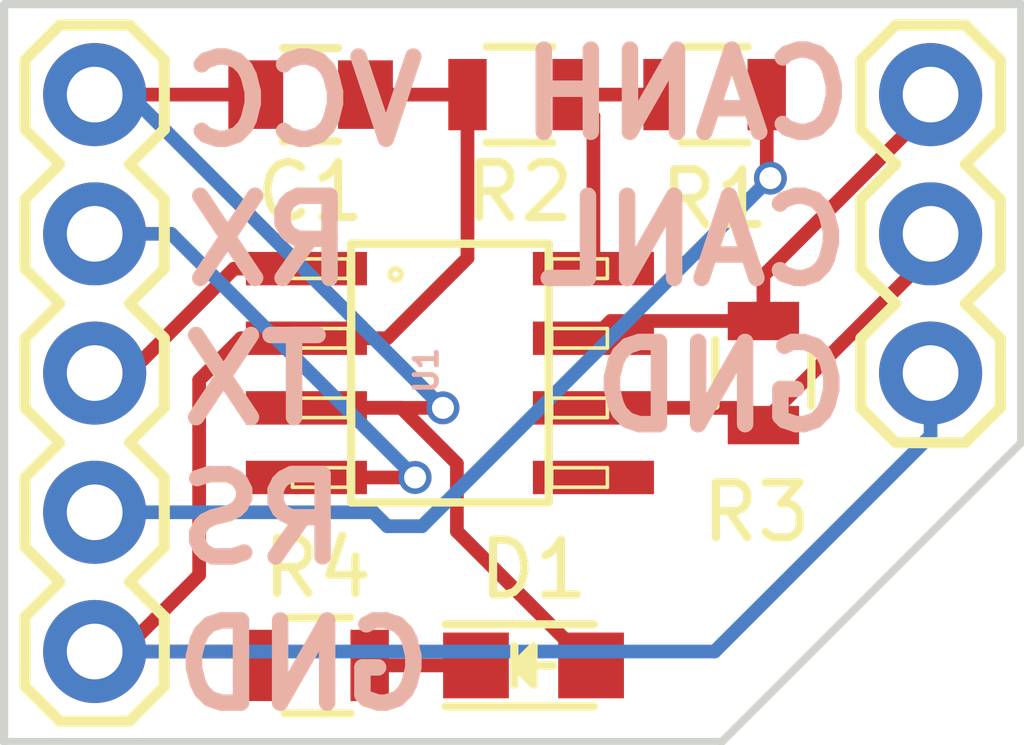
<source format=kicad_pcb>
(kicad_pcb (version 4) (host pcbnew 4.0.2-stable)

  (general
    (links 18)
    (no_connects 0)
    (area 101.77465 65.499216 124.37425 82.831)
    (thickness 1.6)
    (drawings 13)
    (tracks 51)
    (zones 0)
    (modules 9)
    (nets 11)
  )

  (page A4)
  (layers
    (0 F.Cu signal)
    (31 B.Cu signal)
    (32 B.Adhes user)
    (33 F.Adhes user)
    (34 B.Paste user)
    (35 F.Paste user)
    (36 B.SilkS user)
    (37 F.SilkS user)
    (38 B.Mask user)
    (39 F.Mask user)
    (40 Dwgs.User user)
    (41 Cmts.User user)
    (42 Eco1.User user)
    (43 Eco2.User user)
    (44 Edge.Cuts user)
    (45 Margin user)
    (46 B.CrtYd user)
    (47 F.CrtYd user)
    (48 B.Fab user)
    (49 F.Fab user)
  )

  (setup
    (last_trace_width 0.25)
    (trace_clearance 0.2)
    (zone_clearance 0.508)
    (zone_45_only no)
    (trace_min 0.2)
    (segment_width 0.2)
    (edge_width 0.15)
    (via_size 0.6)
    (via_drill 0.4)
    (via_min_size 0.4)
    (via_min_drill 0.3)
    (uvia_size 0.3)
    (uvia_drill 0.1)
    (uvias_allowed no)
    (uvia_min_size 0.2)
    (uvia_min_drill 0.1)
    (pcb_text_width 0.3)
    (pcb_text_size 1.5 1.5)
    (mod_edge_width 0.15)
    (mod_text_size 1 1)
    (mod_text_width 0.15)
    (pad_size 1.524 1.524)
    (pad_drill 0.762)
    (pad_to_mask_clearance 0.2)
    (aux_axis_origin 0 0)
    (visible_elements 7FFFFF7F)
    (pcbplotparams
      (layerselection 0x00030_80000001)
      (usegerberextensions false)
      (excludeedgelayer true)
      (linewidth 0.100000)
      (plotframeref false)
      (viasonmask false)
      (mode 1)
      (useauxorigin false)
      (hpglpennumber 1)
      (hpglpenspeed 20)
      (hpglpendiameter 15)
      (hpglpenoverlay 2)
      (psnegative false)
      (psa4output false)
      (plotreference true)
      (plotvalue true)
      (plotinvisibletext false)
      (padsonsilk false)
      (subtractmaskfromsilk false)
      (outputformat 1)
      (mirror false)
      (drillshape 1)
      (scaleselection 1)
      (outputdirectory ""))
  )

  (net 0 "")
  (net 1 VCC)
  (net 2 GND)
  (net 3 "Net-(D1-Pad1)")
  (net 4 /RXD)
  (net 5 /TXD)
  (net 6 /RS)
  (net 7 /CANH)
  (net 8 /CANL)
  (net 9 "Net-(R1-Pad1)")
  (net 10 "Net-(U1-Pad5)")

  (net_class Default "This is the default net class."
    (clearance 0.2)
    (trace_width 0.25)
    (via_dia 0.6)
    (via_drill 0.4)
    (uvia_dia 0.3)
    (uvia_drill 0.1)
    (add_net /CANH)
    (add_net /CANL)
    (add_net /RS)
    (add_net /RXD)
    (add_net /TXD)
    (add_net GND)
    (add_net "Net-(D1-Pad1)")
    (add_net "Net-(R1-Pad1)")
    (add_net "Net-(U1-Pad5)")
    (add_net VCC)
  )

  (module Capacitors_SMD:C_0805 (layer F.Cu) (tedit 57981D59) (tstamp 5798173E)
    (at 109.474 69.342)
    (descr "Capacitor SMD 0805, reflow soldering, AVX (see smccp.pdf)")
    (tags "capacitor 0805")
    (path /57981433)
    (attr smd)
    (fp_text reference C1 (at 0 1.778) (layer F.SilkS)
      (effects (font (size 1 1) (thickness 0.15)))
    )
    (fp_text value 0.1uF (at 0 2.1) (layer F.Fab) hide
      (effects (font (size 1 1) (thickness 0.15)))
    )
    (fp_line (start -1.8 -1) (end 1.8 -1) (layer F.CrtYd) (width 0.05))
    (fp_line (start -1.8 1) (end 1.8 1) (layer F.CrtYd) (width 0.05))
    (fp_line (start -1.8 -1) (end -1.8 1) (layer F.CrtYd) (width 0.05))
    (fp_line (start 1.8 -1) (end 1.8 1) (layer F.CrtYd) (width 0.05))
    (fp_line (start 0.5 -0.85) (end -0.5 -0.85) (layer F.SilkS) (width 0.15))
    (fp_line (start -0.5 0.85) (end 0.5 0.85) (layer F.SilkS) (width 0.15))
    (pad 1 smd rect (at -1 0) (size 1 1.25) (layers F.Cu F.Paste F.Mask)
      (net 1 VCC))
    (pad 2 smd rect (at 1 0) (size 1 1.25) (layers F.Cu F.Paste F.Mask)
      (net 2 GND))
    (model Capacitors_SMD.3dshapes/C_0805.wrl
      (at (xyz 0 0 0))
      (scale (xyz 1 1 1))
      (rotate (xyz 0 0 0))
    )
  )

  (module LEDs:LED_0805 (layer F.Cu) (tedit 57981D12) (tstamp 57981751)
    (at 113.538 79.756)
    (descr "LED 0805 smd package")
    (tags "LED 0805 SMD")
    (path /57980E18)
    (attr smd)
    (fp_text reference D1 (at 0 -1.75) (layer F.SilkS)
      (effects (font (size 1 1) (thickness 0.15)))
    )
    (fp_text value LED (at 0 1.75) (layer F.Fab) hide
      (effects (font (size 1 1) (thickness 0.15)))
    )
    (fp_line (start -1.6 0.75) (end 1.1 0.75) (layer F.SilkS) (width 0.15))
    (fp_line (start -1.6 -0.75) (end 1.1 -0.75) (layer F.SilkS) (width 0.15))
    (fp_line (start -0.1 0.15) (end -0.1 -0.1) (layer F.SilkS) (width 0.15))
    (fp_line (start -0.1 -0.1) (end -0.25 0.05) (layer F.SilkS) (width 0.15))
    (fp_line (start -0.35 -0.35) (end -0.35 0.35) (layer F.SilkS) (width 0.15))
    (fp_line (start 0 0) (end 0.35 0) (layer F.SilkS) (width 0.15))
    (fp_line (start -0.35 0) (end 0 -0.35) (layer F.SilkS) (width 0.15))
    (fp_line (start 0 -0.35) (end 0 0.35) (layer F.SilkS) (width 0.15))
    (fp_line (start 0 0.35) (end -0.35 0) (layer F.SilkS) (width 0.15))
    (fp_line (start 1.9 -0.95) (end 1.9 0.95) (layer F.CrtYd) (width 0.05))
    (fp_line (start 1.9 0.95) (end -1.9 0.95) (layer F.CrtYd) (width 0.05))
    (fp_line (start -1.9 0.95) (end -1.9 -0.95) (layer F.CrtYd) (width 0.05))
    (fp_line (start -1.9 -0.95) (end 1.9 -0.95) (layer F.CrtYd) (width 0.05))
    (pad 2 smd rect (at 1.04902 0 180) (size 1.19888 1.19888) (layers F.Cu F.Paste F.Mask)
      (net 1 VCC))
    (pad 1 smd rect (at -1.04902 0 180) (size 1.19888 1.19888) (layers F.Cu F.Paste F.Mask)
      (net 3 "Net-(D1-Pad1)"))
    (model LEDs.3dshapes/LED_0805.wrl
      (at (xyz 0 0 0))
      (scale (xyz 1 1 1))
      (rotate (xyz 0 0 0))
    )
  )

  (module SparkFun:SparkFun-1X05 (layer F.Cu) (tedit 5798205E) (tstamp 5798175A)
    (at 105.537 69.342 270)
    (path /57981CF3)
    (attr virtual)
    (fp_text reference P1 (at 9.3218 2.67716 270) (layer B.SilkS) hide
      (effects (font (size 0.6 0.6) (thickness 0.125)) (justify mirror))
    )
    (fp_text value CONN_01X05 (at 2.54 2.54 270) (layer B.SilkS) hide
      (effects (font (size 1.27 1.27) (thickness 0.0889)) (justify mirror))
    )
    (fp_line (start 6.985 -1.27) (end 8.255 -1.27) (layer F.SilkS) (width 0.2032))
    (fp_line (start 8.255 -1.27) (end 8.89 -0.635) (layer F.SilkS) (width 0.2032))
    (fp_line (start 8.89 0.635) (end 8.255 1.27) (layer F.SilkS) (width 0.2032))
    (fp_line (start 8.89 -0.635) (end 9.525 -1.27) (layer F.SilkS) (width 0.2032))
    (fp_line (start 9.525 -1.27) (end 10.795 -1.27) (layer F.SilkS) (width 0.2032))
    (fp_line (start 10.795 -1.27) (end 11.43 -0.635) (layer F.SilkS) (width 0.2032))
    (fp_line (start 11.43 0.635) (end 10.795 1.27) (layer F.SilkS) (width 0.2032))
    (fp_line (start 10.795 1.27) (end 9.525 1.27) (layer F.SilkS) (width 0.2032))
    (fp_line (start 9.525 1.27) (end 8.89 0.635) (layer F.SilkS) (width 0.2032))
    (fp_line (start 3.81 -0.635) (end 4.445 -1.27) (layer F.SilkS) (width 0.2032))
    (fp_line (start 4.445 -1.27) (end 5.715 -1.27) (layer F.SilkS) (width 0.2032))
    (fp_line (start 5.715 -1.27) (end 6.35 -0.635) (layer F.SilkS) (width 0.2032))
    (fp_line (start 6.35 0.635) (end 5.715 1.27) (layer F.SilkS) (width 0.2032))
    (fp_line (start 5.715 1.27) (end 4.445 1.27) (layer F.SilkS) (width 0.2032))
    (fp_line (start 4.445 1.27) (end 3.81 0.635) (layer F.SilkS) (width 0.2032))
    (fp_line (start 6.985 -1.27) (end 6.35 -0.635) (layer F.SilkS) (width 0.2032))
    (fp_line (start 6.35 0.635) (end 6.985 1.27) (layer F.SilkS) (width 0.2032))
    (fp_line (start 8.255 1.27) (end 6.985 1.27) (layer F.SilkS) (width 0.2032))
    (fp_line (start -0.635 -1.27) (end 0.635 -1.27) (layer F.SilkS) (width 0.2032))
    (fp_line (start 0.635 -1.27) (end 1.27 -0.635) (layer F.SilkS) (width 0.2032))
    (fp_line (start 1.27 0.635) (end 0.635 1.27) (layer F.SilkS) (width 0.2032))
    (fp_line (start 1.27 -0.635) (end 1.905 -1.27) (layer F.SilkS) (width 0.2032))
    (fp_line (start 1.905 -1.27) (end 3.175 -1.27) (layer F.SilkS) (width 0.2032))
    (fp_line (start 3.175 -1.27) (end 3.81 -0.635) (layer F.SilkS) (width 0.2032))
    (fp_line (start 3.81 0.635) (end 3.175 1.27) (layer F.SilkS) (width 0.2032))
    (fp_line (start 3.175 1.27) (end 1.905 1.27) (layer F.SilkS) (width 0.2032))
    (fp_line (start 1.905 1.27) (end 1.27 0.635) (layer F.SilkS) (width 0.2032))
    (fp_line (start -1.27 -0.635) (end -1.27 0.635) (layer F.SilkS) (width 0.2032))
    (fp_line (start -0.635 -1.27) (end -1.27 -0.635) (layer F.SilkS) (width 0.2032))
    (fp_line (start -1.27 0.635) (end -0.635 1.27) (layer F.SilkS) (width 0.2032))
    (fp_line (start 0.635 1.27) (end -0.635 1.27) (layer F.SilkS) (width 0.2032))
    (fp_line (start 11.43 -0.635) (end 11.43 0.635) (layer F.SilkS) (width 0.2032))
    (pad 1 thru_hole circle (at 0 0 270) (size 1.8796 1.8796) (drill 1.016) (layers *.Cu *.Mask F.Paste)
      (net 1 VCC))
    (pad 2 thru_hole circle (at 2.54 0 270) (size 1.8796 1.8796) (drill 1.016) (layers *.Cu *.Mask F.Paste)
      (net 4 /RXD))
    (pad 3 thru_hole circle (at 5.08 0 270) (size 1.8796 1.8796) (drill 1.016) (layers *.Cu *.Mask F.Paste)
      (net 5 /TXD))
    (pad 4 thru_hole circle (at 7.62 0 270) (size 1.8796 1.8796) (drill 1.016) (layers *.Cu *.Mask F.Paste)
      (net 6 /RS))
    (pad 5 thru_hole circle (at 10.16 0 270) (size 1.8796 1.8796) (drill 1.016) (layers *.Cu *.Mask F.Paste)
      (net 2 GND))
  )

  (module SparkFun:SparkFun-1X03 (layer F.Cu) (tedit 57981D24) (tstamp 57981761)
    (at 120.777 69.342 270)
    (path /57981A18)
    (attr virtual)
    (fp_text reference P2 (at 1.8288 -2.4638 270) (layer B.SilkS) hide
      (effects (font (size 1.27 1.27) (thickness 0.0889)) (justify mirror))
    )
    (fp_text value CONN_01X03 (at 2.54 2.54 270) (layer B.SilkS) hide
      (effects (font (size 1.27 1.27) (thickness 0.0889)))
    )
    (fp_line (start 3.81 -0.635) (end 4.445 -1.27) (layer F.SilkS) (width 0.2032))
    (fp_line (start 4.445 -1.27) (end 5.715 -1.27) (layer F.SilkS) (width 0.2032))
    (fp_line (start 5.715 -1.27) (end 6.35 -0.635) (layer F.SilkS) (width 0.2032))
    (fp_line (start 6.35 0.635) (end 5.715 1.27) (layer F.SilkS) (width 0.2032))
    (fp_line (start 5.715 1.27) (end 4.445 1.27) (layer F.SilkS) (width 0.2032))
    (fp_line (start 4.445 1.27) (end 3.81 0.635) (layer F.SilkS) (width 0.2032))
    (fp_line (start -0.635 -1.27) (end 0.635 -1.27) (layer F.SilkS) (width 0.2032))
    (fp_line (start 0.635 -1.27) (end 1.27 -0.635) (layer F.SilkS) (width 0.2032))
    (fp_line (start 1.27 0.635) (end 0.635 1.27) (layer F.SilkS) (width 0.2032))
    (fp_line (start 1.27 -0.635) (end 1.905 -1.27) (layer F.SilkS) (width 0.2032))
    (fp_line (start 1.905 -1.27) (end 3.175 -1.27) (layer F.SilkS) (width 0.2032))
    (fp_line (start 3.175 -1.27) (end 3.81 -0.635) (layer F.SilkS) (width 0.2032))
    (fp_line (start 3.81 0.635) (end 3.175 1.27) (layer F.SilkS) (width 0.2032))
    (fp_line (start 3.175 1.27) (end 1.905 1.27) (layer F.SilkS) (width 0.2032))
    (fp_line (start 1.905 1.27) (end 1.27 0.635) (layer F.SilkS) (width 0.2032))
    (fp_line (start -1.27 -0.635) (end -1.27 0.635) (layer F.SilkS) (width 0.2032))
    (fp_line (start -0.635 -1.27) (end -1.27 -0.635) (layer F.SilkS) (width 0.2032))
    (fp_line (start -1.27 0.635) (end -0.635 1.27) (layer F.SilkS) (width 0.2032))
    (fp_line (start 0.635 1.27) (end -0.635 1.27) (layer F.SilkS) (width 0.2032))
    (fp_line (start 6.35 -0.635) (end 6.35 0.635) (layer F.SilkS) (width 0.2032))
    (pad 1 thru_hole circle (at 0 0 270) (size 1.8796 1.8796) (drill 1.016) (layers *.Cu *.Mask F.Paste)
      (net 7 /CANH))
    (pad 2 thru_hole circle (at 2.54 0 270) (size 1.8796 1.8796) (drill 1.016) (layers *.Cu *.Mask F.Paste)
      (net 8 /CANL))
    (pad 3 thru_hole circle (at 5.08 0 270) (size 1.8796 1.8796) (drill 1.016) (layers *.Cu *.Mask F.Paste)
      (net 2 GND))
  )

  (module Resistors_SMD:R_0805 (layer F.Cu) (tedit 57981D54) (tstamp 5798176D)
    (at 116.84 69.342)
    (descr "Resistor SMD 0805, reflow soldering, Vishay (see dcrcw.pdf)")
    (tags "resistor 0805")
    (path /57980F5C)
    (attr smd)
    (fp_text reference R1 (at 0 1.905) (layer F.SilkS)
      (effects (font (size 1 1) (thickness 0.15)))
    )
    (fp_text value 0R (at 0 2.1) (layer F.Fab) hide
      (effects (font (size 1 1) (thickness 0.15)))
    )
    (fp_line (start -1.6 -1) (end 1.6 -1) (layer F.CrtYd) (width 0.05))
    (fp_line (start -1.6 1) (end 1.6 1) (layer F.CrtYd) (width 0.05))
    (fp_line (start -1.6 -1) (end -1.6 1) (layer F.CrtYd) (width 0.05))
    (fp_line (start 1.6 -1) (end 1.6 1) (layer F.CrtYd) (width 0.05))
    (fp_line (start 0.6 0.875) (end -0.6 0.875) (layer F.SilkS) (width 0.15))
    (fp_line (start -0.6 -0.875) (end 0.6 -0.875) (layer F.SilkS) (width 0.15))
    (pad 1 smd rect (at -0.95 0) (size 0.7 1.3) (layers F.Cu F.Paste F.Mask)
      (net 9 "Net-(R1-Pad1)"))
    (pad 2 smd rect (at 0.95 0) (size 0.7 1.3) (layers F.Cu F.Paste F.Mask)
      (net 6 /RS))
    (model Resistors_SMD.3dshapes/R_0805.wrl
      (at (xyz 0 0 0))
      (scale (xyz 1 1 1))
      (rotate (xyz 0 0 0))
    )
  )

  (module Resistors_SMD:R_0805 (layer F.Cu) (tedit 57981D4E) (tstamp 57981779)
    (at 113.284 69.342 180)
    (descr "Resistor SMD 0805, reflow soldering, Vishay (see dcrcw.pdf)")
    (tags "resistor 0805")
    (path /57980EFE)
    (attr smd)
    (fp_text reference R2 (at 0 -1.778 180) (layer F.SilkS)
      (effects (font (size 1 1) (thickness 0.15)))
    )
    (fp_text value 10K (at 0 2.1 180) (layer F.Fab) hide
      (effects (font (size 1 1) (thickness 0.15)))
    )
    (fp_line (start -1.6 -1) (end 1.6 -1) (layer F.CrtYd) (width 0.05))
    (fp_line (start -1.6 1) (end 1.6 1) (layer F.CrtYd) (width 0.05))
    (fp_line (start -1.6 -1) (end -1.6 1) (layer F.CrtYd) (width 0.05))
    (fp_line (start 1.6 -1) (end 1.6 1) (layer F.CrtYd) (width 0.05))
    (fp_line (start 0.6 0.875) (end -0.6 0.875) (layer F.SilkS) (width 0.15))
    (fp_line (start -0.6 -0.875) (end 0.6 -0.875) (layer F.SilkS) (width 0.15))
    (pad 1 smd rect (at -0.95 0 180) (size 0.7 1.3) (layers F.Cu F.Paste F.Mask)
      (net 9 "Net-(R1-Pad1)"))
    (pad 2 smd rect (at 0.95 0 180) (size 0.7 1.3) (layers F.Cu F.Paste F.Mask)
      (net 2 GND))
    (model Resistors_SMD.3dshapes/R_0805.wrl
      (at (xyz 0 0 0))
      (scale (xyz 1 1 1))
      (rotate (xyz 0 0 0))
    )
  )

  (module Resistors_SMD:R_0805 (layer F.Cu) (tedit 57981E37) (tstamp 57981785)
    (at 117.729 74.422 270)
    (descr "Resistor SMD 0805, reflow soldering, Vishay (see dcrcw.pdf)")
    (tags "resistor 0805")
    (path /57980D4D)
    (attr smd)
    (fp_text reference R3 (at 2.54 0.127 360) (layer F.SilkS)
      (effects (font (size 1 1) (thickness 0.15)))
    )
    (fp_text value 120R (at 0 2.1 270) (layer F.Fab) hide
      (effects (font (size 1 1) (thickness 0.15)))
    )
    (fp_line (start -1.6 -1) (end 1.6 -1) (layer F.CrtYd) (width 0.05))
    (fp_line (start -1.6 1) (end 1.6 1) (layer F.CrtYd) (width 0.05))
    (fp_line (start -1.6 -1) (end -1.6 1) (layer F.CrtYd) (width 0.05))
    (fp_line (start 1.6 -1) (end 1.6 1) (layer F.CrtYd) (width 0.05))
    (fp_line (start 0.6 0.875) (end -0.6 0.875) (layer F.SilkS) (width 0.15))
    (fp_line (start -0.6 -0.875) (end 0.6 -0.875) (layer F.SilkS) (width 0.15))
    (pad 1 smd rect (at -0.95 0 270) (size 0.7 1.3) (layers F.Cu F.Paste F.Mask)
      (net 7 /CANH))
    (pad 2 smd rect (at 0.95 0 270) (size 0.7 1.3) (layers F.Cu F.Paste F.Mask)
      (net 8 /CANL))
    (model Resistors_SMD.3dshapes/R_0805.wrl
      (at (xyz 0 0 0))
      (scale (xyz 1 1 1))
      (rotate (xyz 0 0 0))
    )
  )

  (module Resistors_SMD:R_0805 (layer F.Cu) (tedit 57981D64) (tstamp 57981791)
    (at 109.601 79.756)
    (descr "Resistor SMD 0805, reflow soldering, Vishay (see dcrcw.pdf)")
    (tags "resistor 0805")
    (path /579815DF)
    (attr smd)
    (fp_text reference R4 (at 0 -1.778) (layer F.SilkS)
      (effects (font (size 1 1) (thickness 0.15)))
    )
    (fp_text value 1K (at 0 2.1) (layer F.Fab) hide
      (effects (font (size 1 1) (thickness 0.15)))
    )
    (fp_line (start -1.6 -1) (end 1.6 -1) (layer F.CrtYd) (width 0.05))
    (fp_line (start -1.6 1) (end 1.6 1) (layer F.CrtYd) (width 0.05))
    (fp_line (start -1.6 -1) (end -1.6 1) (layer F.CrtYd) (width 0.05))
    (fp_line (start 1.6 -1) (end 1.6 1) (layer F.CrtYd) (width 0.05))
    (fp_line (start 0.6 0.875) (end -0.6 0.875) (layer F.SilkS) (width 0.15))
    (fp_line (start -0.6 -0.875) (end 0.6 -0.875) (layer F.SilkS) (width 0.15))
    (pad 1 smd rect (at -0.95 0) (size 0.7 1.3) (layers F.Cu F.Paste F.Mask)
      (net 2 GND))
    (pad 2 smd rect (at 0.95 0) (size 0.7 1.3) (layers F.Cu F.Paste F.Mask)
      (net 3 "Net-(D1-Pad1)"))
    (model Resistors_SMD.3dshapes/R_0805.wrl
      (at (xyz 0 0 0))
      (scale (xyz 1 1 1))
      (rotate (xyz 0 0 0))
    )
  )

  (module SparkFun:SparkFun-SO08 (layer F.Cu) (tedit 57981D1E) (tstamp 5798179D)
    (at 112.014 74.422 270)
    (descr "SMALL OUTLINE PACKAGE FITS JEDEC PACKAGES (NARROW SOIC-8)")
    (tags "SMALL OUTLINE PACKAGE FITS JEDEC PACKAGES (NARROW SOIC-8)")
    (path /57980C7B)
    (attr smd)
    (fp_text reference U1 (at -0.0508 0.4318 270) (layer B.SilkS)
      (effects (font (size 0.4064 0.4064) (thickness 0.0889)))
    )
    (fp_text value MCP2551-I/SN (at -0.254 -0.2032 270) (layer B.SilkS) hide
      (effects (font (size 0.4064 0.4064) (thickness 0.0889)) (justify mirror))
    )
    (fp_line (start -2.0828 2.8702) (end -1.7272 2.8702) (layer F.SilkS) (width 0.06604))
    (fp_line (start -1.7272 2.8702) (end -1.7272 1.8542) (layer F.SilkS) (width 0.06604))
    (fp_line (start -2.0828 1.8542) (end -1.7272 1.8542) (layer F.SilkS) (width 0.06604))
    (fp_line (start -2.0828 2.8702) (end -2.0828 1.8542) (layer F.SilkS) (width 0.06604))
    (fp_line (start -0.8128 2.8702) (end -0.4572 2.8702) (layer F.SilkS) (width 0.06604))
    (fp_line (start -0.4572 2.8702) (end -0.4572 1.8542) (layer F.SilkS) (width 0.06604))
    (fp_line (start -0.8128 1.8542) (end -0.4572 1.8542) (layer F.SilkS) (width 0.06604))
    (fp_line (start -0.8128 2.8702) (end -0.8128 1.8542) (layer F.SilkS) (width 0.06604))
    (fp_line (start 0.4572 2.8702) (end 0.8128 2.8702) (layer F.SilkS) (width 0.06604))
    (fp_line (start 0.8128 2.8702) (end 0.8128 1.8542) (layer F.SilkS) (width 0.06604))
    (fp_line (start 0.4572 1.8542) (end 0.8128 1.8542) (layer F.SilkS) (width 0.06604))
    (fp_line (start 0.4572 2.8702) (end 0.4572 1.8542) (layer F.SilkS) (width 0.06604))
    (fp_line (start 1.7272 2.8702) (end 2.0828 2.8702) (layer F.SilkS) (width 0.06604))
    (fp_line (start 2.0828 2.8702) (end 2.0828 1.8542) (layer F.SilkS) (width 0.06604))
    (fp_line (start 1.7272 1.8542) (end 2.0828 1.8542) (layer F.SilkS) (width 0.06604))
    (fp_line (start 1.7272 2.8702) (end 1.7272 1.8542) (layer F.SilkS) (width 0.06604))
    (fp_line (start -2.0828 -1.8542) (end -1.7272 -1.8542) (layer F.SilkS) (width 0.06604))
    (fp_line (start -1.7272 -1.8542) (end -1.7272 -2.8702) (layer F.SilkS) (width 0.06604))
    (fp_line (start -2.0828 -2.8702) (end -1.7272 -2.8702) (layer F.SilkS) (width 0.06604))
    (fp_line (start -2.0828 -1.8542) (end -2.0828 -2.8702) (layer F.SilkS) (width 0.06604))
    (fp_line (start -0.8128 -1.8542) (end -0.4572 -1.8542) (layer F.SilkS) (width 0.06604))
    (fp_line (start -0.4572 -1.8542) (end -0.4572 -2.8702) (layer F.SilkS) (width 0.06604))
    (fp_line (start -0.8128 -2.8702) (end -0.4572 -2.8702) (layer F.SilkS) (width 0.06604))
    (fp_line (start -0.8128 -1.8542) (end -0.8128 -2.8702) (layer F.SilkS) (width 0.06604))
    (fp_line (start 0.4572 -1.8542) (end 0.8128 -1.8542) (layer F.SilkS) (width 0.06604))
    (fp_line (start 0.8128 -1.8542) (end 0.8128 -2.8702) (layer F.SilkS) (width 0.06604))
    (fp_line (start 0.4572 -2.8702) (end 0.8128 -2.8702) (layer F.SilkS) (width 0.06604))
    (fp_line (start 0.4572 -1.8542) (end 0.4572 -2.8702) (layer F.SilkS) (width 0.06604))
    (fp_line (start 1.7272 -1.8542) (end 2.0828 -1.8542) (layer F.SilkS) (width 0.06604))
    (fp_line (start 2.0828 -1.8542) (end 2.0828 -2.8702) (layer F.SilkS) (width 0.06604))
    (fp_line (start 1.7272 -2.8702) (end 2.0828 -2.8702) (layer F.SilkS) (width 0.06604))
    (fp_line (start 1.7272 -1.8542) (end 1.7272 -2.8702) (layer F.SilkS) (width 0.06604))
    (fp_line (start -2.35966 1.80086) (end 2.35966 1.80086) (layer F.SilkS) (width 0.1524))
    (fp_line (start 2.35966 1.80086) (end 2.35966 -1.80086) (layer F.SilkS) (width 0.1524))
    (fp_line (start 2.35966 -1.80086) (end -2.35966 -1.80086) (layer F.SilkS) (width 0.1524))
    (fp_line (start -2.35966 -1.80086) (end -2.35966 1.80086) (layer F.SilkS) (width 0.1524))
    (fp_circle (center -1.80086 0.9906) (end -1.87198 1.06172) (layer F.SilkS) (width 0.1016))
    (pad 1 smd rect (at -1.905 2.6162 270) (size 0.6096 2.20726) (layers F.Cu F.Paste F.Mask)
      (net 5 /TXD))
    (pad 2 smd rect (at -0.635 2.6162 270) (size 0.6096 2.20726) (layers F.Cu F.Paste F.Mask)
      (net 2 GND))
    (pad 3 smd rect (at 0.635 2.6162 270) (size 0.6096 2.20726) (layers F.Cu F.Paste F.Mask)
      (net 1 VCC))
    (pad 4 smd rect (at 1.905 2.6162 270) (size 0.6096 2.20726) (layers F.Cu F.Paste F.Mask)
      (net 4 /RXD))
    (pad 5 smd rect (at 1.905 -2.6162 270) (size 0.6096 2.20726) (layers F.Cu F.Paste F.Mask)
      (net 10 "Net-(U1-Pad5)"))
    (pad 6 smd rect (at 0.635 -2.6162 270) (size 0.6096 2.20726) (layers F.Cu F.Paste F.Mask)
      (net 8 /CANL))
    (pad 7 smd rect (at -0.635 -2.6162 270) (size 0.6096 2.20726) (layers F.Cu F.Paste F.Mask)
      (net 7 /CANH))
    (pad 8 smd rect (at -1.905 -2.6162 270) (size 0.6096 2.20726) (layers F.Cu F.Paste F.Mask)
      (net 9 "Net-(R1-Pad1)"))
  )

  (gr_line (start 103.886 81.153) (end 116.967 81.153) (angle 90) (layer Edge.Cuts) (width 0.15))
  (gr_line (start 122.428 67.691) (end 122.428 75.692) (angle 90) (layer Edge.Cuts) (width 0.15))
  (gr_line (start 122.428 75.692) (end 116.967 81.153) (angle 90) (layer Edge.Cuts) (width 0.15))
  (gr_line (start 103.886 67.691) (end 122.428 67.691) (angle 90) (layer Edge.Cuts) (width 0.15))
  (gr_line (start 103.886 81.153) (end 103.886 67.691) (angle 90) (layer Edge.Cuts) (width 0.15))
  (gr_text GND (at 109.347 79.756) (layer B.SilkS)
    (effects (font (size 1.5 1.5) (thickness 0.3)) (justify mirror))
  )
  (gr_text RS (at 108.585 77.089) (layer B.SilkS)
    (effects (font (size 1.5 1.5) (thickness 0.3)) (justify mirror))
  )
  (gr_text TX (at 108.458 74.549) (layer B.SilkS)
    (effects (font (size 1.5 1.5) (thickness 0.3)) (justify mirror))
  )
  (gr_text RX (at 108.712 72.009) (layer B.SilkS)
    (effects (font (size 1.5 1.5) (thickness 0.3)) (justify mirror))
  )
  (gr_text VCC (at 109.347 69.469) (layer B.SilkS)
    (effects (font (size 1.5 1.5) (thickness 0.3)) (justify mirror))
  )
  (gr_text GND (at 116.967 74.676) (layer B.SilkS)
    (effects (font (size 1.5 1.5) (thickness 0.3)) (justify mirror))
  )
  (gr_text "CANL\n" (at 116.459 72.009) (layer B.SilkS)
    (effects (font (size 1.5 1.5) (thickness 0.3)) (justify mirror))
  )
  (gr_text CANH (at 116.332 69.342) (layer B.SilkS)
    (effects (font (size 1.5 1.5) (thickness 0.3)) (justify mirror))
  )

  (segment (start 105.537 69.342) (end 106.172 69.342) (width 0.25) (layer B.Cu) (net 1) (status C00000))
  (segment (start 106.172 69.342) (end 111.887 75.057) (width 0.25) (layer B.Cu) (net 1) (tstamp 5798203D) (status 400000))
  (segment (start 111.887 75.057) (end 109.3978 75.057) (width 0.25) (layer F.Cu) (net 1) (tstamp 5798204C) (status 800000))
  (via (at 111.887 75.057) (size 0.6) (drill 0.4) (layers F.Cu B.Cu) (net 1))
  (segment (start 109.3978 75.057) (end 111.125 75.057) (width 0.25) (layer F.Cu) (net 1))
  (segment (start 112.141 77.30998) (end 114.58702 79.756) (width 0.25) (layer F.Cu) (net 1) (tstamp 57981F4C))
  (segment (start 112.141 76.073) (end 112.141 77.30998) (width 0.25) (layer F.Cu) (net 1) (tstamp 57981F43))
  (segment (start 111.125 75.057) (end 112.141 76.073) (width 0.25) (layer F.Cu) (net 1) (tstamp 57981F3F))
  (segment (start 105.537 69.342) (end 108.474 69.342) (width 0.25) (layer F.Cu) (net 1))
  (segment (start 105.537 79.502) (end 116.84 79.502) (width 0.25) (layer B.Cu) (net 2))
  (segment (start 120.777 75.565) (end 120.777 74.422) (width 0.25) (layer B.Cu) (net 2) (tstamp 57981FFD))
  (segment (start 116.84 79.502) (end 120.777 75.565) (width 0.25) (layer B.Cu) (net 2) (tstamp 57981FF9))
  (segment (start 105.537 79.502) (end 106.045 79.502) (width 0.25) (layer F.Cu) (net 2))
  (segment (start 106.045 79.502) (end 107.442 78.105) (width 0.25) (layer F.Cu) (net 2) (tstamp 57981F5A))
  (segment (start 108.204 73.787) (end 109.3978 73.787) (width 0.25) (layer F.Cu) (net 2) (tstamp 57981F61))
  (segment (start 107.442 74.549) (end 108.204 73.787) (width 0.25) (layer F.Cu) (net 2) (tstamp 57981F60))
  (segment (start 107.442 78.105) (end 107.442 74.549) (width 0.25) (layer F.Cu) (net 2) (tstamp 57981F5C))
  (segment (start 109.3978 73.787) (end 110.871 73.787) (width 0.25) (layer F.Cu) (net 2))
  (segment (start 112.334 72.324) (end 112.334 69.342) (width 0.25) (layer F.Cu) (net 2) (tstamp 57981F39))
  (segment (start 110.871 73.787) (end 112.334 72.324) (width 0.25) (layer F.Cu) (net 2) (tstamp 57981F36))
  (segment (start 110.474 69.342) (end 112.334 69.342) (width 0.25) (layer F.Cu) (net 2))
  (segment (start 105.537 79.502) (end 108.397 79.502) (width 0.25) (layer F.Cu) (net 2))
  (segment (start 108.397 79.502) (end 108.651 79.756) (width 0.25) (layer F.Cu) (net 2) (tstamp 57981F27))
  (segment (start 110.551 79.756) (end 112.48898 79.756) (width 0.25) (layer F.Cu) (net 3))
  (segment (start 105.537 71.882) (end 106.934 71.882) (width 0.25) (layer B.Cu) (net 4))
  (segment (start 111.379 76.327) (end 109.3978 76.327) (width 0.25) (layer F.Cu) (net 4) (tstamp 57981F1A))
  (via (at 111.379 76.327) (size 0.6) (drill 0.4) (layers F.Cu B.Cu) (net 4))
  (segment (start 106.934 71.882) (end 111.379 76.327) (width 0.25) (layer B.Cu) (net 4) (tstamp 57981F12))
  (segment (start 105.537 74.422) (end 106.172 74.422) (width 0.25) (layer F.Cu) (net 5))
  (segment (start 106.172 74.422) (end 108.077 72.517) (width 0.25) (layer F.Cu) (net 5) (tstamp 57981F03))
  (segment (start 108.077 72.517) (end 109.3978 72.517) (width 0.25) (layer F.Cu) (net 5) (tstamp 57981F08))
  (segment (start 105.537 76.962) (end 110.617 76.962) (width 0.25) (layer B.Cu) (net 6))
  (segment (start 117.79 70.8) (end 117.79 69.342) (width 0.25) (layer F.Cu) (net 6) (tstamp 57981F89))
  (segment (start 117.856 70.866) (end 117.79 70.8) (width 0.25) (layer F.Cu) (net 6) (tstamp 57981F88))
  (via (at 117.856 70.866) (size 0.6) (drill 0.4) (layers F.Cu B.Cu) (net 6))
  (segment (start 111.506 77.216) (end 117.856 70.866) (width 0.25) (layer B.Cu) (net 6) (tstamp 57981F7F))
  (segment (start 110.871 77.216) (end 111.506 77.216) (width 0.25) (layer B.Cu) (net 6) (tstamp 57981F7C))
  (segment (start 110.617 76.962) (end 110.871 77.216) (width 0.25) (layer B.Cu) (net 6) (tstamp 57981F79))
  (segment (start 117.729 73.472) (end 114.9452 73.472) (width 0.25) (layer F.Cu) (net 7))
  (segment (start 114.9452 73.472) (end 114.6302 73.787) (width 0.25) (layer F.Cu) (net 7) (tstamp 57981ED6))
  (segment (start 120.777 69.342) (end 120.777 69.596) (width 0.25) (layer F.Cu) (net 7))
  (segment (start 120.777 69.596) (end 117.729 72.644) (width 0.25) (layer F.Cu) (net 7) (tstamp 57981EC1))
  (segment (start 117.729 72.644) (end 117.729 73.472) (width 0.25) (layer F.Cu) (net 7) (tstamp 57981EC8))
  (segment (start 114.6302 75.057) (end 117.414 75.057) (width 0.25) (layer F.Cu) (net 8))
  (segment (start 117.414 75.057) (end 117.729 75.372) (width 0.25) (layer F.Cu) (net 8) (tstamp 57981EE7))
  (segment (start 117.729 75.372) (end 117.729 75.311) (width 0.25) (layer F.Cu) (net 8))
  (segment (start 117.729 75.311) (end 120.777 72.263) (width 0.25) (layer F.Cu) (net 8) (tstamp 57981EDC))
  (segment (start 120.777 72.263) (end 120.777 71.882) (width 0.25) (layer F.Cu) (net 8) (tstamp 57981EDE))
  (segment (start 114.234 69.342) (end 115.89 69.342) (width 0.25) (layer F.Cu) (net 9))
  (segment (start 114.6302 72.517) (end 114.6302 69.7382) (width 0.25) (layer F.Cu) (net 9))
  (segment (start 114.6302 69.7382) (end 114.234 69.342) (width 0.25) (layer F.Cu) (net 9) (tstamp 57981EEF))

  (zone (net 2) (net_name GND) (layer B.Cu) (tstamp 579820D3) (hatch edge 0.508)
    (connect_pads (clearance 0.508))
    (min_thickness 0.254)
    (fill (arc_segments 16) (thermal_gap 0.508) (thermal_bridge_width 0.508))
    (polygon
      (pts
        (xy 122.428 75.692) (xy 116.967 81.153) (xy 103.886 81.153) (xy 103.886 67.691) (xy 122.428 67.691)
        (xy 122.428 75.692)
      )
    )
  )
  (zone (net 2) (net_name GND) (layer F.Cu) (tstamp 579820F3) (hatch edge 0.508)
    (connect_pads (clearance 0.508))
    (min_thickness 0.254)
    (fill (arc_segments 16) (thermal_gap 0.508) (thermal_bridge_width 0.508))
    (polygon
      (pts
        (xy 122.428 75.692) (xy 116.967 81.153) (xy 103.886 81.153) (xy 103.886 67.691) (xy 122.428 67.691)
        (xy 122.428 75.692)
      )
    )
  )
)

</source>
